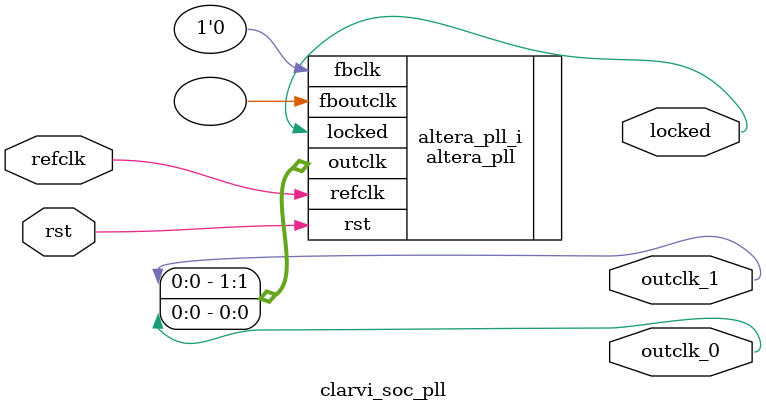
<source format=v>
`timescale 1ns/10ps
module  clarvi_soc_pll(

	// interface 'refclk'
	input wire refclk,

	// interface 'reset'
	input wire rst,

	// interface 'outclk0'
	output wire outclk_0,

	// interface 'outclk1'
	output wire outclk_1,

	// interface 'locked'
	output wire locked
);

	altera_pll #(
		.fractional_vco_multiplier("false"),
		.reference_clock_frequency("50.0 MHz"),
		.operation_mode("direct"),
		.number_of_clocks(2),
		.output_clock_frequency0("50.000000 MHz"),
		.phase_shift0("0 ps"),
		.duty_cycle0(50),
		.output_clock_frequency1("9.000000 MHz"),
		.phase_shift1("0 ps"),
		.duty_cycle1(50),
		.output_clock_frequency2("0 MHz"),
		.phase_shift2("0 ps"),
		.duty_cycle2(50),
		.output_clock_frequency3("0 MHz"),
		.phase_shift3("0 ps"),
		.duty_cycle3(50),
		.output_clock_frequency4("0 MHz"),
		.phase_shift4("0 ps"),
		.duty_cycle4(50),
		.output_clock_frequency5("0 MHz"),
		.phase_shift5("0 ps"),
		.duty_cycle5(50),
		.output_clock_frequency6("0 MHz"),
		.phase_shift6("0 ps"),
		.duty_cycle6(50),
		.output_clock_frequency7("0 MHz"),
		.phase_shift7("0 ps"),
		.duty_cycle7(50),
		.output_clock_frequency8("0 MHz"),
		.phase_shift8("0 ps"),
		.duty_cycle8(50),
		.output_clock_frequency9("0 MHz"),
		.phase_shift9("0 ps"),
		.duty_cycle9(50),
		.output_clock_frequency10("0 MHz"),
		.phase_shift10("0 ps"),
		.duty_cycle10(50),
		.output_clock_frequency11("0 MHz"),
		.phase_shift11("0 ps"),
		.duty_cycle11(50),
		.output_clock_frequency12("0 MHz"),
		.phase_shift12("0 ps"),
		.duty_cycle12(50),
		.output_clock_frequency13("0 MHz"),
		.phase_shift13("0 ps"),
		.duty_cycle13(50),
		.output_clock_frequency14("0 MHz"),
		.phase_shift14("0 ps"),
		.duty_cycle14(50),
		.output_clock_frequency15("0 MHz"),
		.phase_shift15("0 ps"),
		.duty_cycle15(50),
		.output_clock_frequency16("0 MHz"),
		.phase_shift16("0 ps"),
		.duty_cycle16(50),
		.output_clock_frequency17("0 MHz"),
		.phase_shift17("0 ps"),
		.duty_cycle17(50),
		.pll_type("General"),
		.pll_subtype("General")
	) altera_pll_i (
		.rst	(rst),
		.outclk	({outclk_1, outclk_0}),
		.locked	(locked),
		.fboutclk	( ),
		.fbclk	(1'b0),
		.refclk	(refclk)
	);
endmodule


</source>
